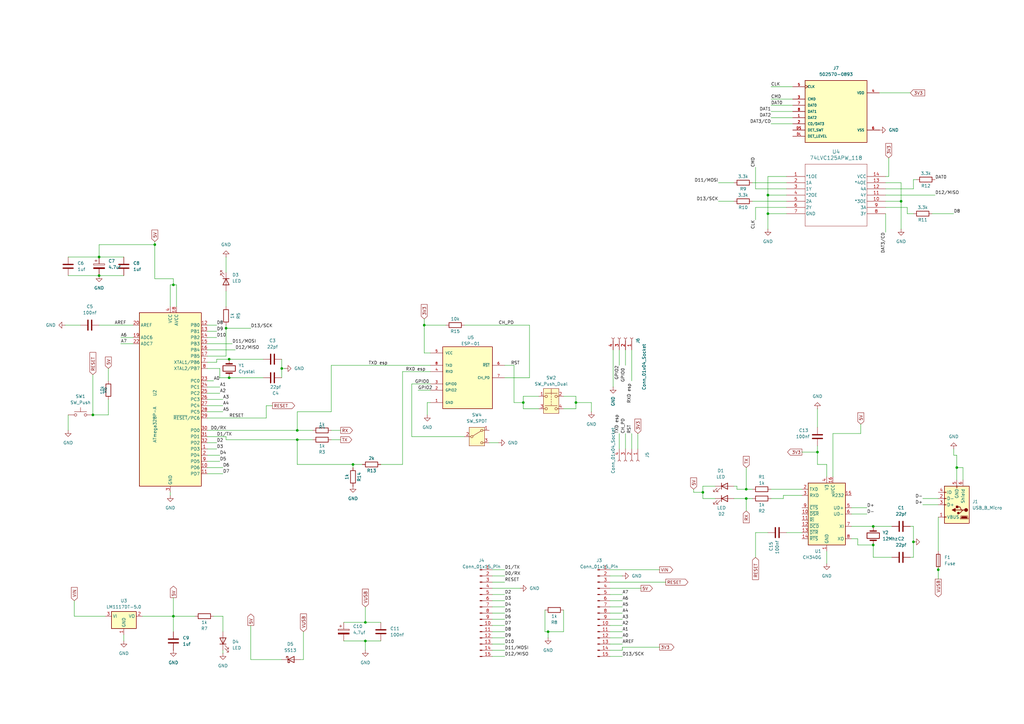
<source format=kicad_sch>
(kicad_sch (version 20231120) (generator "eeschema") (generator_version "8.0")
  (paper "A3")
  (lib_symbols
    (symbol "Connector:Conn_01x04_Socket" (pin_names (offset 1.016) hide)
      (property "Reference" "J" (at 0 5.08 0))
      (property "Value" "Conn_01x04_Socket" (at 0 -7.62 0))
      (symbol "Conn_01x04_Socket_1_1"
        (pin passive line (at -5.08 2.54 0) (length 3.81) (name "Pin_1") (number "1"))
        (pin passive line (at -5.08 0 0) (length 3.81) (name "Pin_2") (number "2"))
        (pin passive line (at -5.08 -2.54 0) (length 3.81) (name "Pin_3") (number "3"))
        (pin passive line (at -5.08 -5.08 0) (length 3.81) (name "Pin_4") (number "4"))
      )
    )
    (symbol "Connector:Conn_01x15_Pin" (pin_names (offset 1.016) hide)
      (property "Reference" "J" (at 0 20.32 0))
      (property "Value" "Conn_01x15_Pin" (at 0 -20.32 0))
      (symbol "Conn_01x15_Pin_1_1"
        (pin passive line (at 5.08 17.78 180) (length 3.81) (name "Pin_1") (number "1"))
        (pin passive line (at 5.08 -5.08 180) (length 3.81) (name "Pin_10") (number "10"))
        (pin passive line (at 5.08 -7.62 180) (length 3.81) (name "Pin_11") (number "11"))
        (pin passive line (at 5.08 -10.16 180) (length 3.81) (name "Pin_12") (number "12"))
        (pin passive line (at 5.08 -12.7 180) (length 3.81) (name "Pin_13") (number "13"))
        (pin passive line (at 5.08 -15.24 180) (length 3.81) (name "Pin_14") (number "14"))
        (pin passive line (at 5.08 -17.78 180) (length 3.81) (name "Pin_15") (number "15"))
        (pin passive line (at 5.08 15.24 180) (length 3.81) (name "Pin_2") (number "2"))
        (pin passive line (at 5.08 12.7 180) (length 3.81) (name "Pin_3") (number "3"))
        (pin passive line (at 5.08 10.16 180) (length 3.81) (name "Pin_4") (number "4"))
        (pin passive line (at 5.08 7.62 180) (length 3.81) (name "Pin_5") (number "5"))
        (pin passive line (at 5.08 5.08 180) (length 3.81) (name "Pin_6") (number "6"))
        (pin passive line (at 5.08 2.54 180) (length 3.81) (name "Pin_7") (number "7"))
        (pin passive line (at 5.08 0 180) (length 3.81) (name "Pin_8") (number "8"))
        (pin passive line (at 5.08 -2.54 180) (length 3.81) (name "Pin_9") (number "9"))
      )
    )
    (symbol "Connector:USB_B_Micro" (pin_names (offset 1.016))
      (property "Reference" "J" (at -5.08 11.43 0))
      (property "Value" "USB_B_Micro" (at -5.08 8.89 0))
      (symbol "USB_B_Micro_1_1"
        (pin power_out line (at 7.62 5.08 180) (length 2.54) (name "VBUS") (number "1"))
        (pin bidirectional line (at 7.62 -2.54 180) (length 2.54) (name "D-") (number "2"))
        (pin bidirectional line (at 7.62 0 180) (length 2.54) (name "D+") (number "3"))
        (pin passive line (at 7.62 -5.08 180) (length 2.54) (name "ID") (number "4"))
        (pin power_out line (at 0 -10.16 90) (length 2.54) (name "GND") (number "5"))
        (pin passive line (at -2.54 -10.16 90) (length 2.54) (name "Shield") (number "6"))
      )
    )
    (symbol "Device:C" (pin_numbers hide) (pin_names (offset 0.254))
      (property "Reference" "C" (at 0.635 2.54 0))
      (property "Value" "C" (at 0.635 -2.54 0))
      (symbol "C_1_1"
        (pin passive line (at 0 3.81 270) (length 2.794) (name "~") (number "1"))
        (pin passive line (at 0 -3.81 90) (length 2.794) (name "~") (number "2"))
      )
    )
    (symbol "Device:C_Polarized" (pin_numbers hide) (pin_names (offset 0.254))
      (property "Reference" "C" (at 0.635 2.54 0))
      (property "Value" "C_Polarized" (at 0.635 -2.54 0))
      (symbol "C_Polarized_1_1"
        (pin passive line (at 0 3.81 270) (length 2.794) (name "~") (number "1"))
        (pin passive line (at 0 -3.81 90) (length 2.794) (name "~") (number "2"))
      )
    )
    (symbol "Device:Crystal" (pin_numbers hide) (pin_names (offset 1.016) hide)
      (property "Reference" "Y" (at 0 3.81 0))
      (property "Value" "Crystal" (at 0 -3.81 0))
      (symbol "Crystal_1_1"
        (pin passive line (at -3.81 0 0) (length 1.27) (name "1") (number "1"))
        (pin passive line (at 3.81 0 180) (length 1.27) (name "2") (number "2"))
      )
    )
    (symbol "Device:Fuse" (pin_numbers hide) (pin_names (offset 0))
      (property "Reference" "F" (at 2.032 0 90))
      (property "Value" "Fuse" (at -1.905 0 90))
      (symbol "Fuse_1_1"
        (pin passive line (at 0 3.81 270) (length 1.27) (name "~") (number "1"))
        (pin passive line (at 0 -3.81 90) (length 1.27) (name "~") (number "2"))
      )
    )
    (symbol "Device:LED" (pin_numbers hide) (pin_names (offset 1.016) hide)
      (property "Reference" "D" (at 0 2.54 0))
      (property "Value" "LED" (at 0 -2.54 0))
      (symbol "LED_1_1"
        (pin passive line (at -3.81 0 0) (length 2.54) (name "K") (number "1"))
        (pin passive line (at 3.81 0 180) (length 2.54) (name "A") (number "2"))
      )
    )
    (symbol "Device:R" (pin_numbers hide) (pin_names (offset 0))
      (property "Reference" "R" (at 2.032 0 90))
      (property "Value" "R" (at 0 0 90))
      (symbol "R_1_1"
        (pin passive line (at 0 3.81 270) (length 1.27) (name "~") (number "1"))
        (pin passive line (at 0 -3.81 90) (length 1.27) (name "~") (number "2"))
      )
    )
    (symbol "Diode:SS13" (pin_numbers hide) (pin_names (offset 1.016) hide)
      (property "Reference" "D" (at 0 2.54 0))
      (property "Value" "SS13" (at 0 -2.54 0))
      (symbol "SS13_1_1"
        (pin passive line (at -3.81 0 0) (length 2.54) (name "K") (number "1"))
        (pin passive line (at 3.81 0 180) (length 2.54) (name "A") (number "2"))
      )
    )
    (symbol "Interface_USB:CH340G"
      (property "Reference" "U" (at -5.08 13.97 0))
      (property "Value" "CH340G" (at 1.27 13.97 0))
      (symbol "CH340G_1_1"
        (pin power_in line (at 0 -15.24 90) (length 2.54) (name "GND") (number "1"))
        (pin input line (at 10.16 0 180) (length 2.54) (name "~{DSR}") (number "10"))
        (pin input line (at 10.16 -2.54 180) (length 2.54) (name "~{RI}") (number "11"))
        (pin input line (at 10.16 -5.08 180) (length 2.54) (name "~{DCD}") (number "12"))
        (pin output line (at 10.16 -7.62 180) (length 2.54) (name "~{DTR}") (number "13"))
        (pin output line (at 10.16 -10.16 180) (length 2.54) (name "~{RTS}") (number "14"))
        (pin input line (at -10.16 7.62 0) (length 2.54) (name "R232") (number "15"))
        (pin power_in line (at -2.54 15.24 270) (length 2.54) (name "VCC") (number "16"))
        (pin output line (at 10.16 10.16 180) (length 2.54) (name "TXD") (number "2"))
        (pin input line (at 10.16 7.62 180) (length 2.54) (name "RXD") (number "3"))
        (pin power_out line (at 0 15.24 270) (length 2.54) (name "V3") (number "4"))
        (pin bidirectional line (at -10.16 2.54 0) (length 2.54) (name "UD+") (number "5"))
        (pin bidirectional line (at -10.16 0 0) (length 2.54) (name "UD-") (number "6"))
        (pin input line (at -10.16 -5.08 0) (length 2.54) (name "XI") (number "7"))
        (pin output line (at -10.16 -10.16 0) (length 2.54) (name "XO") (number "8"))
        (pin input line (at 10.16 2.54 180) (length 2.54) (name "~{CTS}") (number "9"))
      )
    )
    (symbol "MCU_Microchip_ATmega:ATmega328P-A"
      (property "Reference" "U" (at -12.7 36.83 0))
      (property "Value" "ATmega328P-A" (at 2.54 -36.83 0))
      (symbol "ATmega328P-A_1_1"
        (pin bidirectional line (at 15.24 -20.32 180) (length 2.54) (name "PD3") (number "1"))
        (pin bidirectional line (at 15.24 -27.94 180) (length 2.54) (name "PD6") (number "10"))
        (pin bidirectional line (at 15.24 -30.48 180) (length 2.54) (name "PD7") (number "11"))
        (pin bidirectional line (at 15.24 30.48 180) (length 2.54) (name "PB0") (number "12"))
        (pin bidirectional line (at 15.24 27.94 180) (length 2.54) (name "PB1") (number "13"))
        (pin bidirectional line (at 15.24 25.4 180) (length 2.54) (name "PB2") (number "14"))
        (pin bidirectional line (at 15.24 22.86 180) (length 2.54) (name "PB3") (number "15"))
        (pin bidirectional line (at 15.24 20.32 180) (length 2.54) (name "PB4") (number "16"))
        (pin bidirectional line (at 15.24 17.78 180) (length 2.54) (name "PB5") (number "17"))
        (pin power_in line (at 2.54 38.1 270) (length 2.54) (name "AVCC") (number "18"))
        (pin input line (at -15.24 25.4 0) (length 2.54) (name "ADC6") (number "19"))
        (pin bidirectional line (at 15.24 -22.86 180) (length 2.54) (name "PD4") (number "2"))
        (pin passive line (at -15.24 30.48 0) (length 2.54) (name "AREF") (number "20"))
        (pin passive line (at 0 -38.1 90) (length 2.54) hide (name "GND") (number "21"))
        (pin input line (at -15.24 22.86 0) (length 2.54) (name "ADC7") (number "22"))
        (pin bidirectional line (at 15.24 7.62 180) (length 2.54) (name "PC0") (number "23"))
        (pin bidirectional line (at 15.24 5.08 180) (length 2.54) (name "PC1") (number "24"))
        (pin bidirectional line (at 15.24 2.54 180) (length 2.54) (name "PC2") (number "25"))
        (pin bidirectional line (at 15.24 0 180) (length 2.54) (name "PC3") (number "26"))
        (pin bidirectional line (at 15.24 -2.54 180) (length 2.54) (name "PC4") (number "27"))
        (pin bidirectional line (at 15.24 -5.08 180) (length 2.54) (name "PC5") (number "28"))
        (pin bidirectional line (at 15.24 -7.62 180) (length 2.54) (name "~{RESET}/PC6") (number "29"))
        (pin power_in line (at 0 -38.1 90) (length 2.54) (name "GND") (number "3"))
        (pin bidirectional line (at 15.24 -12.7 180) (length 2.54) (name "PD0") (number "30"))
        (pin bidirectional line (at 15.24 -15.24 180) (length 2.54) (name "PD1") (number "31"))
        (pin bidirectional line (at 15.24 -17.78 180) (length 2.54) (name "PD2") (number "32"))
        (pin power_in line (at 0 38.1 270) (length 2.54) (name "VCC") (number "4"))
        (pin passive line (at 0 -38.1 90) (length 2.54) hide (name "GND") (number "5"))
        (pin passive line (at 0 38.1 270) (length 2.54) hide (name "VCC") (number "6"))
        (pin bidirectional line (at 15.24 15.24 180) (length 2.54) (name "XTAL1/PB6") (number "7"))
        (pin bidirectional line (at 15.24 12.7 180) (length 2.54) (name "XTAL2/PB7") (number "8"))
        (pin bidirectional line (at 15.24 -25.4 180) (length 2.54) (name "PD5") (number "9"))
      )
    )
    (symbol "Regulator_Linear:LM1117DT-5.0"
      (property "Reference" "U" (at -3.81 3.175 0))
      (property "Value" "LM1117DT-5.0" (at 0 3.175 0))
      (symbol "LM1117DT-5.0_1_1"
        (pin power_in line (at 0 -7.62 90) (length 2.54) (name "GND") (number "1"))
        (pin power_out line (at 7.62 0 180) (length 2.54) (name "VO") (number "2"))
        (pin power_in line (at -7.62 0 0) (length 2.54) (name "VI") (number "3"))
      )
    )
    (symbol "Switch:SW_Push" (pin_numbers hide) (pin_names (offset 1.016) hide)
      (property "Reference" "SW" (at 1.27 2.54 0))
      (property "Value" "SW_Push" (at 0 -1.524 0))
      (symbol "SW_Push_0_1"
        (pin passive line (at -5.08 0 0) (length 2.54) (name "1") (number "1"))
        (pin passive line (at 5.08 0 180) (length 2.54) (name "2") (number "2"))
      )
    )
    (symbol "Switch:SW_Push_Dual" (pin_names (offset 1.016) hide)
      (property "Reference" "SW" (at 0 7.62 0))
      (property "Value" "SW_Push_Dual" (at 0 -6.35 0))
      (symbol "SW_Push_Dual_0_1"
        (pin passive line (at -5.08 2.54 0) (length 2.54) (name "1") (number "1"))
        (pin passive line (at 5.08 2.54 180) (length 2.54) (name "2") (number "2"))
        (pin passive line (at -5.08 -2.54 0) (length 2.54) (name "3") (number "3"))
        (pin passive line (at 5.08 -2.54 180) (length 2.54) (name "4") (number "4"))
      )
    )
    (symbol "Switch:SW_SPDT" (pin_names (offset 0) hide)
      (property "Reference" "SW" (at 0 5.08 0))
      (property "Value" "SW_SPDT" (at 0 -5.08 0))
      (symbol "SW_SPDT_1_1"
        (pin passive line (at 5.08 2.54 180) (length 2.54) (name "A") (number "1"))
        (pin passive line (at -5.08 0 0) (length 2.54) (name "B") (number "2"))
        (pin passive line (at 5.08 -2.54 180) (length 2.54) (name "C") (number "3"))
      )
    )
    (symbol "esp01:ESP-01" (pin_names (offset 1.016))
      (property "Reference" "U" (at -10.16 13.208 0))
      (property "Value" "ESP-01" (at -10.16 -12.7 0))
      (symbol "ESP-01_0_0"
        (pin power_in line (at 15.24 -10.16 180) (length 5.08) (name "GND") (number "1"))
        (pin bidirectional line (at 15.24 -5.08 180) (length 5.08) (name "GPIO2") (number "2"))
        (pin bidirectional line (at 15.24 -2.54 180) (length 5.08) (name "GPIO0") (number "3"))
        (pin input line (at 15.24 2.54 180) (length 5.08) (name "RXD") (number "4"))
        (pin power_in line (at 15.24 10.16 180) (length 5.08) (name "VCC") (number "5"))
        (pin input line (at -15.24 5.08 0) (length 5.08) (name "~{RST}") (number "6"))
        (pin input line (at -15.24 0 0) (length 5.08) (name "CH_PD") (number "7"))
        (pin output line (at 15.24 5.08 180) (length 5.08) (name "TXD") (number "8"))
      )
    )
    (symbol "power:GND" (power) (pin_numbers hide) (pin_names (offset 0) hide)
      (property "Value" "GND" (at 0 -3.81 0))
      (symbol "GND_1_1"
        (pin power_in line (at 0 0 270) (length 0) (name "~") (number "1"))
      )
    )
    (symbol "sd:502570-0893" (pin_names (offset 1.016))
      (property "Reference" "J" (at -12.7238 13.4872 0))
      (property "Value" "502570-0893" (at -12.7135 -14.4934 0))
      (symbol "502570-0893_0_0"
        (pin bidirectional line (at -17.78 -2.54 0) (length 5.08) (name "DAT2") (number "1"))
        (pin bidirectional line (at -17.78 -5.08 0) (length 5.08) (name "CD/DAT3") (number "2"))
        (pin bidirectional line (at -17.78 5.08 0) (length 5.08) (name "CMD") (number "3"))
        (pin power_in line (at 17.78 7.62 180) (length 5.08) (name "VDD") (number "4"))
        (pin input clock (at -17.78 10.16 0) (length 5.08) (name "CLK") (number "5"))
        (pin power_in line (at 17.78 -7.62 180) (length 5.08) (name "VSS") (number "6"))
        (pin bidirectional line (at -17.78 2.54 0) (length 5.08) (name "DAT0") (number "7"))
        (pin bidirectional line (at -17.78 0 0) (length 5.08) (name "DAT1") (number "8"))
        (pin passive line (at -17.78 -10.16 0) (length 5.08) (name "DET_LEVEL") (number "DL"))
        (pin passive line (at -17.78 -7.62 0) (length 5.08) (name "DET_SWT") (number "DS"))
      )
    )
    (symbol "tla:74LVC125APW_118" (pin_names (offset 0.254))
      (property "Reference" "U" (at 20.32 10.16 0))
      (property "Value" "74LVC125APW_118" (at 20.32 7.62 0))
      (symbol "74LVC125APW_118_0_1"
        (pin input line (at 0 0 0) (length 7.62) (name "*1OE") (number "1"))
        (pin input line (at 40.64 -10.16 180) (length 7.62) (name "*3OE") (number "10"))
        (pin output line (at 40.64 -7.62 180) (length 7.62) (name "4Y") (number "11"))
        (pin input line (at 40.64 -5.08 180) (length 7.62) (name "4A") (number "12"))
        (pin input line (at 40.64 -2.54 180) (length 7.62) (name "*4OE") (number "13"))
        (pin power_in line (at 40.64 0 180) (length 7.62) (name "VCC") (number "14"))
        (pin input line (at 0 -2.54 0) (length 7.62) (name "1A") (number "2"))
        (pin output line (at 0 -5.08 0) (length 7.62) (name "1Y") (number "3"))
        (pin input line (at 0 -7.62 0) (length 7.62) (name "*2OE") (number "4"))
        (pin input line (at 0 -10.16 0) (length 7.62) (name "2A") (number "5"))
        (pin output line (at 0 -12.7 0) (length 7.62) (name "2Y") (number "6"))
        (pin power_out line (at 0 -15.24 0) (length 7.62) (name "GND") (number "7"))
        (pin output line (at 40.64 -15.24 180) (length 7.62) (name "3Y") (number "8"))
        (pin input line (at 40.64 -12.7 180) (length 7.62) (name "3A") (number "9"))
      )
    )
  )
  (junction (at 149.86 262.89))
  (junction (at 93.98 147.32))
  (junction (at 358.14 215.9))
  (junction (at 71.12 116.84))
  (junction (at 306.07 200.66))
  (junction (at 144.78 190.5))
  (junction (at 358.14 223.52))
  (junction (at 149.86 255.27))
  (junction (at 384.81 233.68))
  (junction (at 92.71 134.62))
  (junction (at 306.07 204.47))
  (junction (at 121.92 180.34))
  (junction (at 63.5 100.33))
  (junction (at 173.99 133.35))
  (junction (at 40.64 105.41))
  (junction (at 374.65 222.25))
  (junction (at 121.92 176.53))
  (junction (at 40.64 113.03))
  (junction (at 224.79 259.08))
  (junction (at 392.43 191.77))
  (junction (at 369.57 82.55))
  (junction (at 38.1 170.18))
  (junction (at 214.63 165.1))
  (junction (at 335.28 185.42))
  (junction (at 288.29 201.93))
  (junction (at 71.12 252.73))
  (junction (at 314.96 87.63))
  (junction (at 314.96 80.01))
  (junction (at 93.98 154.94))
  (junction (at 115.57 151.13))
  (junction (at 236.22 165.1))
  (wire (pts (xy 223.52 250.19) (xy 223.52 259.08)))
  (wire (pts (xy 316.23 43.18) (xy 325.12 43.18)))
  (wire (pts (xy 284.48 201.93) (xy 288.29 201.93)))
  (wire (pts (xy 207.01 149.86) (xy 210.82 149.86)))
  (wire (pts (xy 200.66 181.61) (xy 204.47 181.61)))
  (wire (pts (xy 140.97 255.27) (xy 149.86 255.27)))
  (wire (pts (xy 92.71 105.41) (xy 92.71 111.76)))
  (wire (pts (xy 316.23 204.47) (xy 321.31 204.47)))
  (wire (pts (xy 85.09 181.61) (xy 88.9 181.61)))
  (wire (pts (xy 384.81 212.09) (xy 384.81 226.06)))
  (wire (pts (xy 374.65 228.6) (xy 374.65 222.25)))
  (wire (pts (xy 316.23 35.56) (xy 325.12 35.56)))
  (wire (pts (xy 363.22 74.93) (xy 369.57 74.93)))
  (wire (pts (xy 250.19 241.3) (xy 262.89 241.3)))
  (wire (pts (xy 49.53 140.97) (xy 54.61 140.97)))
  (wire (pts (xy 288.29 201.93) (xy 288.29 204.47)))
  (wire (pts (xy 168.91 179.07) (xy 190.5 179.07)))
  (wire (pts (xy 88.9 147.32) (xy 88.9 148.59)))
  (wire (pts (xy 40.64 100.33) (xy 40.64 105.41)))
  (wire (pts (xy 373.38 228.6) (xy 374.65 228.6)))
  (wire (pts (xy 270.51 265.43) (xy 255.27 265.43)))
  (wire (pts (xy 335.28 167.64) (xy 335.28 175.26)))
  (wire (pts (xy 165.1 190.5) (xy 165.1 152.4)))
  (wire (pts (xy 124.46 259.08) (xy 124.46 270.51)))
  (wire (pts (xy 85.09 168.91) (xy 91.44 168.91)))
  (wire (pts (xy 316.23 48.26) (xy 325.12 48.26)))
  (wire (pts (xy 288.29 199.39) (xy 288.29 201.93)))
  (wire (pts (xy 50.8 260.35) (xy 50.8 262.89)))
  (wire (pts (xy 201.93 236.22) (xy 207.01 236.22)))
  (wire (pts (xy 374.65 215.9) (xy 374.65 222.25)))
  (wire (pts (xy 93.98 147.32) (xy 107.95 147.32)))
  (wire (pts (xy 27.94 105.41) (xy 40.64 105.41)))
  (wire (pts (xy 92.71 134.62) (xy 102.87 134.62)))
  (wire (pts (xy 38.1 153.67) (xy 38.1 170.18)))
  (wire (pts (xy 316.23 200.66) (xy 328.93 200.66)))
  (wire (pts (xy 26.67 133.35) (xy 33.02 133.35)))
  (wire (pts (xy 316.23 40.64) (xy 325.12 40.64)))
  (wire (pts (xy 391.16 184.15) (xy 391.16 186.69)))
  (wire (pts (xy 220.98 162.56) (xy 214.63 162.56)))
  (wire (pts (xy 44.45 151.13) (xy 44.45 156.21)))
  (wire (pts (xy 201.93 251.46) (xy 207.01 251.46)))
  (wire (pts (xy 378.46 207.01) (xy 384.81 207.01)))
  (wire (pts (xy 372.11 87.63) (xy 372.11 85.09)))
  (wire (pts (xy 302.26 200.66) (xy 306.07 200.66)))
  (wire (pts (xy 109.22 166.37) (xy 111.76 166.37)))
  (wire (pts (xy 250.19 256.54) (xy 255.27 256.54)))
  (wire (pts (xy 171.45 160.02) (xy 176.53 160.02)))
  (wire (pts (xy 314.96 218.44) (xy 309.88 218.44)))
  (wire (pts (xy 92.71 179.07) (xy 92.71 180.34)))
  (wire (pts (xy 288.29 204.47) (xy 293.37 204.47)))
  (wire (pts (xy 90.17 151.13) (xy 85.09 151.13)))
  (wire (pts (xy 201.93 248.92) (xy 207.01 248.92)))
  (wire (pts (xy 201.93 266.7) (xy 207.01 266.7)))
  (wire (pts (xy 85.09 161.29) (xy 90.17 161.29)))
  (wire (pts (xy 341.63 195.58) (xy 341.63 177.8)))
  (wire (pts (xy 236.22 162.56) (xy 236.22 165.1)))
  (wire (pts (xy 201.93 269.24) (xy 207.01 269.24)))
  (wire (pts (xy 109.22 166.37) (xy 109.22 171.45)))
  (wire (pts (xy 85.09 135.89) (xy 88.9 135.89)))
  (wire (pts (xy 309.88 68.58) (xy 309.88 77.47)))
  (wire (pts (xy 124.46 270.51) (xy 123.19 270.51)))
  (wire (pts (xy 156.21 190.5) (xy 165.1 190.5)))
  (wire (pts (xy 392.43 191.77) (xy 394.97 191.77)))
  (wire (pts (xy 363.22 87.63) (xy 363.22 95.25)))
  (wire (pts (xy 87.63 252.73) (xy 91.44 252.73)))
  (wire (pts (xy 392.43 196.85) (xy 392.43 191.77)))
  (wire (pts (xy 224.79 259.08) (xy 224.79 261.62)))
  (wire (pts (xy 321.31 203.2) (xy 328.93 203.2)))
  (wire (pts (xy 374.65 73.66) (xy 374.65 77.47)))
  (wire (pts (xy 30.48 246.38) (xy 30.48 252.73)))
  (wire (pts (xy 173.99 133.35) (xy 182.88 133.35)))
  (wire (pts (xy 316.23 50.8) (xy 325.12 50.8)))
  (wire (pts (xy 363.22 72.39) (xy 364.49 72.39)))
  (wire (pts (xy 250.19 254) (xy 255.27 254)))
  (wire (pts (xy 231.14 162.56) (xy 236.22 162.56)))
  (wire (pts (xy 309.88 218.44) (xy 309.88 228.6)))
  (wire (pts (xy 360.68 38.1) (xy 373.38 38.1)))
  (wire (pts (xy 144.78 190.5) (xy 144.78 191.77)))
  (wire (pts (xy 91.44 266.7) (xy 91.44 267.97)))
  (wire (pts (xy 309.88 85.09) (xy 322.58 85.09)))
  (wire (pts (xy 173.99 133.35) (xy 173.99 144.78)))
  (wire (pts (xy 201.93 259.08) (xy 207.01 259.08)))
  (wire (pts (xy 85.09 176.53) (xy 121.92 176.53)))
  (wire (pts (xy 173.99 144.78) (xy 176.53 144.78)))
  (wire (pts (xy 321.31 204.47) (xy 321.31 203.2)))
  (wire (pts (xy 121.92 176.53) (xy 128.27 176.53)))
  (wire (pts (xy 224.79 259.08) (xy 231.14 259.08)))
  (wire (pts (xy 349.25 220.98) (xy 351.79 220.98)))
  (wire (pts (xy 85.09 156.21) (xy 87.63 156.21)))
  (wire (pts (xy 140.97 262.89) (xy 149.86 262.89)))
  (wire (pts (xy 63.5 114.3) (xy 71.12 114.3)))
  (wire (pts (xy 363.22 82.55) (xy 369.57 82.55)))
  (wire (pts (xy 85.09 186.69) (xy 90.17 186.69)))
  (wire (pts (xy 250.19 264.16) (xy 255.27 264.16)))
  (wire (pts (xy 309.88 85.09) (xy 309.88 90.17)))
  (wire (pts (xy 49.53 138.43) (xy 54.61 138.43)))
  (wire (pts (xy 85.09 166.37) (xy 91.44 166.37)))
  (wire (pts (xy 242.57 165.1) (xy 242.57 168.91)))
  (wire (pts (xy 121.92 176.53) (xy 121.92 168.91)))
  (wire (pts (xy 369.57 74.93) (xy 369.57 82.55)))
  (wire (pts (xy 115.57 151.13) (xy 115.57 154.94)))
  (wire (pts (xy 121.92 168.91) (xy 135.89 168.91)))
  (wire (pts (xy 250.19 246.38) (xy 255.27 246.38)))
  (wire (pts (xy 109.22 171.45) (xy 85.09 171.45)))
  (wire (pts (xy 40.64 105.41) (xy 50.8 105.41)))
  (wire (pts (xy 85.09 189.23) (xy 90.17 189.23)))
  (wire (pts (xy 374.65 77.47) (xy 363.22 77.47)))
  (wire (pts (xy 314.96 72.39) (xy 314.96 80.01)))
  (wire (pts (xy 250.19 243.84) (xy 255.27 243.84)))
  (wire (pts (xy 365.76 228.6) (xy 358.14 228.6)))
  (wire (pts (xy 300.99 199.39) (xy 302.26 199.39)))
  (wire (pts (xy 85.09 140.97) (xy 95.25 140.97)))
  (wire (pts (xy 85.09 194.31) (xy 91.44 194.31)))
  (wire (pts (xy 27.94 113.03) (xy 40.64 113.03)))
  (wire (pts (xy 38.1 170.18) (xy 44.45 170.18)))
  (wire (pts (xy 259.08 177.8) (xy 259.08 184.15)))
  (wire (pts (xy 250.19 266.7) (xy 255.27 266.7)))
  (wire (pts (xy 149.86 248.92) (xy 149.86 255.27)))
  (wire (pts (xy 71.12 252.73) (xy 71.12 259.08)))
  (wire (pts (xy 92.71 133.35) (xy 92.71 134.62)))
  (wire (pts (xy 261.62 177.8) (xy 261.62 184.15)))
  (wire (pts (xy 223.52 259.08) (xy 224.79 259.08)))
  (wire (pts (xy 294.64 82.55) (xy 300.99 82.55)))
  (wire (pts (xy 85.09 179.07) (xy 92.71 179.07)))
  (wire (pts (xy 314.96 87.63) (xy 322.58 87.63)))
  (wire (pts (xy 63.5 99.06) (xy 63.5 100.33)))
  (wire (pts (xy 135.89 180.34) (xy 139.7 180.34)))
  (wire (pts (xy 40.64 113.03) (xy 50.8 113.03)))
  (wire (pts (xy 176.53 149.86) (xy 135.89 149.86)))
  (wire (pts (xy 250.19 251.46) (xy 255.27 251.46)))
  (wire (pts (xy 294.64 74.93) (xy 300.99 74.93)))
  (wire (pts (xy 250.19 261.62) (xy 255.27 261.62)))
  (wire (pts (xy 231.14 259.08) (xy 231.14 250.19)))
  (wire (pts (xy 201.93 233.68) (xy 207.01 233.68)))
  (wire (pts (xy 322.58 82.55) (xy 308.61 82.55)))
  (wire (pts (xy 165.1 152.4) (xy 176.53 152.4)))
  (wire (pts (xy 168.91 157.48) (xy 168.91 179.07)))
  (wire (pts (xy 175.26 165.1) (xy 175.26 170.18)))
  (wire (pts (xy 201.93 261.62) (xy 207.01 261.62)))
  (wire (pts (xy 201.93 243.84) (xy 207.01 243.84)))
  (wire (pts (xy 102.87 256.54) (xy 102.87 270.51)))
  (wire (pts (xy 144.78 190.5) (xy 148.59 190.5)))
  (wire (pts (xy 210.82 165.1) (xy 214.63 165.1)))
  (wire (pts (xy 93.98 147.32) (xy 88.9 147.32)))
  (wire (pts (xy 176.53 165.1) (xy 175.26 165.1)))
  (wire (pts (xy 349.25 210.82) (xy 355.6 210.82)))
  (wire (pts (xy 71.12 114.3) (xy 71.12 116.84)))
  (wire (pts (xy 149.86 255.27) (xy 156.21 255.27)))
  (wire (pts (xy 91.44 252.73) (xy 91.44 259.08)))
  (wire (pts (xy 90.17 154.94) (xy 90.17 151.13)))
  (wire (pts (xy 201.93 254) (xy 207.01 254)))
  (wire (pts (xy 201.93 246.38) (xy 207.01 246.38)))
  (wire (pts (xy 306.07 204.47) (xy 308.61 204.47)))
  (wire (pts (xy 85.09 163.83) (xy 91.44 163.83)))
  (wire (pts (xy 306.07 200.66) (xy 308.61 200.66)))
  (wire (pts (xy 85.09 191.77) (xy 91.44 191.77)))
  (wire (pts (xy 293.37 199.39) (xy 288.29 199.39)))
  (wire (pts (xy 71.12 245.11) (xy 71.12 252.73)))
  (wire (pts (xy 85.09 133.35) (xy 88.9 133.35)))
  (wire (pts (xy 373.38 215.9) (xy 374.65 215.9)))
  (wire (pts (xy 256.54 143.51) (xy 256.54 149.86)))
  (wire (pts (xy 115.57 151.13) (xy 116.84 151.13)))
  (wire (pts (xy 372.11 85.09) (xy 363.22 85.09)))
  (wire (pts (xy 71.12 252.73) (xy 80.01 252.73)))
  (wire (pts (xy 250.19 238.76) (xy 273.05 238.76)))
  (wire (pts (xy 391.16 186.69) (xy 392.43 186.69)))
  (wire (pts (xy 250.19 236.22) (xy 255.27 236.22)))
  (wire (pts (xy 27.94 176.53) (xy 27.94 170.18)))
  (wire (pts (xy 364.49 72.39) (xy 364.49 64.77)))
  (wire (pts (xy 121.92 190.5) (xy 144.78 190.5)))
  (wire (pts (xy 93.98 154.94) (xy 107.95 154.94)))
  (wire (pts (xy 259.08 143.51) (xy 259.08 156.21)))
  (wire (pts (xy 210.82 149.86) (xy 210.82 165.1)))
  (wire (pts (xy 358.14 228.6) (xy 358.14 223.52)))
  (wire (pts (xy 254 143.51) (xy 254 149.86)))
  (wire (pts (xy 314.96 87.63) (xy 314.96 93.98)))
  (wire (pts (xy 369.57 82.55) (xy 369.57 93.98)))
  (wire (pts (xy 207.01 154.94) (xy 217.17 154.94)))
  (wire (pts (xy 69.85 203.2) (xy 69.85 201.93)))
  (wire (pts (xy 190.5 133.35) (xy 217.17 133.35)))
  (wire (pts (xy 250.19 259.08) (xy 255.27 259.08)))
  (wire (pts (xy 201.93 256.54) (xy 207.01 256.54)))
  (wire (pts (xy 306.07 204.47) (xy 306.07 209.55)))
  (wire (pts (xy 335.28 182.88) (xy 335.28 185.42)))
  (wire (pts (xy 254 177.8) (xy 254 184.15)))
  (wire (pts (xy 201.93 238.76) (xy 207.01 238.76)))
  (wire (pts (xy 308.61 74.93) (xy 322.58 74.93)))
  (wire (pts (xy 306.07 191.77) (xy 306.07 200.66)))
  (wire (pts (xy 251.46 143.51) (xy 251.46 158.75)))
  (wire (pts (xy 69.85 116.84) (xy 71.12 116.84)))
  (wire (pts (xy 351.79 220.98) (xy 351.79 223.52)))
  (wire (pts (xy 44.45 170.18) (xy 44.45 163.83)))
  (wire (pts (xy 85.09 158.75) (xy 90.17 158.75)))
  (wire (pts (xy 256.54 177.8) (xy 256.54 184.15)))
  (wire (pts (xy 236.22 165.1) (xy 242.57 165.1)))
  (wire (pts (xy 88.9 148.59) (xy 85.09 148.59)))
  (wire (pts (xy 30.48 252.73) (xy 43.18 252.73)))
  (wire (pts (xy 236.22 165.1) (xy 236.22 167.64)))
  (wire (pts (xy 214.63 165.1) (xy 214.63 167.64)))
  (wire (pts (xy 176.53 157.48) (xy 168.91 157.48)))
  (wire (pts (xy 92.71 180.34) (xy 121.92 180.34)))
  (wire (pts (xy 58.42 252.73) (xy 71.12 252.73)))
  (wire (pts (xy 71.12 116.84) (xy 72.39 116.84)))
  (wire (pts (xy 236.22 167.64) (xy 231.14 167.64)))
  (wire (pts (xy 85.09 138.43) (xy 88.9 138.43)))
  (wire (pts (xy 201.93 241.3) (xy 213.36 241.3)))
  (wire (pts (xy 85.09 184.15) (xy 88.9 184.15)))
  (wire (pts (xy 353.06 173.99) (xy 353.06 177.8)))
  (wire (pts (xy 214.63 162.56) (xy 214.63 165.1)))
  (wire (pts (xy 309.88 77.47) (xy 322.58 77.47)))
  (wire (pts (xy 135.89 176.53) (xy 139.7 176.53)))
  (wire (pts (xy 201.93 264.16) (xy 207.01 264.16)))
  (wire (pts (xy 363.22 80.01) (xy 383.54 80.01)))
  (wire (pts (xy 384.81 233.68) (xy 384.81 232.41)))
  (wire (pts (xy 93.98 154.94) (xy 90.17 154.94)))
  (wire (pts (xy 255.27 265.43) (xy 255.27 266.7)))
  (wire (pts (xy 115.57 147.32) (xy 115.57 151.13)))
  (wire (pts (xy 92.71 134.62) (xy 92.71 146.05)))
  (wire (pts (xy 284.48 200.66) (xy 284.48 201.93)))
  (wire (pts (xy 322.58 72.39) (xy 314.96 72.39)))
  (wire (pts (xy 314.96 80.01) (xy 314.96 87.63)))
  (wire (pts (xy 339.09 226.06) (xy 339.09 231.14)))
  (wire (pts (xy 302.26 199.39) (xy 302.26 200.66)))
  (wire (pts (xy 250.19 233.68) (xy 270.51 233.68)))
  (wire (pts (xy 121.92 180.34) (xy 121.92 190.5)))
  (wire (pts (xy 378.46 204.47) (xy 384.81 204.47)))
  (wire (pts (xy 349.25 208.28) (xy 355.6 208.28)))
  (wire (pts (xy 322.58 218.44) (xy 328.93 218.44)))
  (wire (pts (xy 69.85 125.73) (xy 69.85 116.84)))
  (wire (pts (xy 335.28 190.5) (xy 339.09 190.5)))
  (wire (pts (xy 92.71 119.38) (xy 92.71 125.73)))
  (wire (pts (xy 149.86 262.89) (xy 156.21 262.89)))
  (wire (pts (xy 40.64 133.35) (xy 54.61 133.35)))
  (wire (pts (xy 335.28 185.42) (xy 335.28 190.5)))
  (wire (pts (xy 328.93 185.42) (xy 335.28 185.42)))
  (wire (pts (xy 341.63 177.8) (xy 353.06 177.8)))
  (wire (pts (xy 85.09 146.05) (xy 92.71 146.05)))
  (wire (pts (xy 358.14 215.9) (xy 365.76 215.9)))
  (wire (pts (xy 149.86 262.89) (xy 149.86 266.7)))
  (wire (pts (xy 102.87 270.51) (xy 115.57 270.51)))
  (wire (pts (xy 250.19 269.24) (xy 255.27 269.24)))
  (wire (pts (xy 300.99 204.47) (xy 306.07 204.47)))
  (wire (pts (xy 173.99 130.81) (xy 173.99 133.35)))
  (wire (pts (xy 85.09 143.51) (xy 96.52 143.51)))
  (wire (pts (xy 372.11 87.63) (xy 374.65 87.63)))
  (wire (pts (xy 322.58 80.01) (xy 314.96 80.01)))
  (wire (pts (xy 339.09 190.5) (xy 339.09 195.58)))
  (wire (pts (xy 349.25 215.9) (xy 358.14 215.9)))
  (wire (pts (xy 394.97 191.77) (xy 394.97 196.85)))
  (wire (pts (xy 316.23 45.72) (xy 325.12 45.72)))
  (wire (pts (xy 374.65 73.66) (xy 375.92 73.66)))
  (wire (pts (xy 392.43 186.69) (xy 392.43 191.77)))
  (wire (pts (xy 214.63 167.64) (xy 220.98 167.64)))
  (wire (pts (xy 63.5 100.33) (xy 63.5 114.3)))
  (wire (pts (xy 384.81 233.68) (xy 384.81 237.49)))
  (wire (pts (xy 217.17 154.94) (xy 217.17 133.35)))
  (wire (pts (xy 121.92 180.34) (xy 128.27 180.34)))
  (wire (pts (xy 135.89 149.86) (xy 135.89 168.91)))
  (wire (pts (xy 72.39 125.73) (xy 72.39 116.84)))
  (wire (pts (xy 351.79 223.52) (xy 358.14 223.52)))
  (wire (pts (xy 63.5 100.33) (xy 40.64 100.33)))
  (wire (pts (xy 250.19 248.92) (xy 255.27 248.92)))
  (wire (pts (xy 382.27 87.63) (xy 391.16 87.63)))
  (label "RESET" (at 93.98 171.45 0))
  (label "D10" (at 207.01 264.16 0))
  (label "CMD" (at 316.23 40.64 0))
  (label "DAT2" (at 316.23 48.26 180))
  (label "A0" (at 255.27 261.62 0))
  (label "D7" (at 207.01 256.54 0))
  (label "D+" (at 378.46 207.01 180))
  (label "D3" (at 207.01 246.38 0))
  (label "D8" (at 207.01 259.08 0))
  (label "D5" (at 90.17 189.23 0))
  (label "D10" (at 88.9 138.43 0))
  (label "CH_PD " (at 256.54 177.8 90))
  (label "D0{slash}RX" (at 86.36 176.53 0))
  (label "D2" (at 88.9 181.61 0))
  (label "TXD esp " (at 254 177.8 90))
  (label "CLK" (at 316.23 35.56 0))
  (label "RXD esp " (at 259.08 156.21 270))
  (label "A6" (at 255.27 246.38 0))
  (label "A0" (at 87.63 156.21 0))
  (label "D9" (at 88.9 135.89 0))
  (label "A3" (at 255.27 254 0))
  (label "A2" (at 90.17 161.29 0))
  (label "DAT3{slash}CD" (at 363.22 95.25 270))
  (label "D8" (at 391.16 87.63 0))
  (label "DAT0" (at 383.54 73.66 0))
  (label "D12{slash}MISO" (at 96.52 143.51 0))
  (label "D11{slash}MOSI" (at 95.25 140.97 0))
  (label "D11{slash}MOSI" (at 207.01 266.7 0))
  (label "AREF" (at 255.27 264.16 0))
  (label "D13{slash}SCK" (at 255.27 269.24 0))
  (label "A6" (at 49.53 138.43 0))
  (label "D3" (at 88.9 184.15 0))
  (label "D13{slash}SCK" (at 294.64 82.55 180))
  (label "D6" (at 91.44 191.77 0))
  (label "D2" (at 207.01 243.84 0))
  (label "GPIO0 " (at 256.54 149.86 270))
  (label "A1" (at 255.27 259.08 0))
  (label "D12{slash}MISO" (at 207.01 269.24 0))
  (label "D-" (at 355.6 210.82 0))
  (label "A1" (at 90.17 158.75 0))
  (label "A7" (at 49.53 140.97 0))
  (label "DAT0" (at 316.23 43.18 0))
  (label "A7" (at 255.27 243.84 0))
  (label "GPIO2" (at 171.45 160.02 0))
  (label "DAT1" (at 316.23 45.72 180))
  (label "D-" (at 378.46 204.47 180))
  (label "CH_PD " (at 204.47 133.35 0))
  (label "D8" (at 88.9 133.35 0))
  (label "RESET" (at 207.01 238.76 0))
  (label "D11{slash}MOSI" (at 294.64 74.93 180))
  (label "TXD esp " (at 151.13 149.86 0))
  (label "D4" (at 90.17 186.69 0))
  (label "A2" (at 255.27 256.54 0))
  (label "CLK" (at 309.88 90.17 270))
  (label "D7" (at 91.44 194.31 0))
  (label "GPIO0 " (at 170.18 157.48 0))
  (label "A3" (at 91.44 163.83 0))
  (label "A5" (at 255.27 248.92 0))
  (label "D4" (at 207.01 248.92 0))
  (label "D9" (at 207.01 261.62 0))
  (label "D1{slash}TX" (at 207.01 233.68 0))
  (label "D13{slash}SCK" (at 102.87 134.62 0))
  (label "RST " (at 209.55 149.86 0))
  (label "A5" (at 91.44 168.91 0))
  (label "A4" (at 255.27 251.46 0))
  (label "D12{slash}MISO" (at 383.54 80.01 0))
  (label "GPIO2" (at 254 149.86 270))
  (label "RST " (at 259.08 177.8 90))
  (label "AREF" (at 46.99 133.35 0))
  (label "D+" (at 355.6 208.28 0))
  (label "A4" (at 91.44 166.37 0))
  (label "CMD" (at 309.88 68.58 90))
  (label "D1{slash}TX" (at 88.9 179.07 0))
  (label "D5" (at 207.01 251.46 0))
  (label "D6" (at 207.01 254 0))
  (label "DAT3{slash}CD" (at 316.23 50.8 180))
  (label "RXD esp " (at 166.37 152.4 0))
  (label "D0{slash}RX" (at 207.01 236.22 0))
  (global_label "VUSB" (shape input) (at 149.86 248.92 90) (property "Intersheetrefs" "${INTERSHEET_REFS}" (effects (hide yes))))
  (global_label "5V" (shape input) (at 353.06 173.99 90) (property "Intersheetrefs" "${INTERSHEET_REFS}" (effects (hide yes))))
  (global_label "3V3" (shape input) (at 364.49 64.77 90) (property "Intersheetrefs" "${INTERSHEET_REFS}" (effects (hide yes))))
  (global_label "VIN" (shape output) (at 270.51 233.68 0) (property "Intersheetrefs" "${INTERSHEET_REFS}" (effects (hide yes))))
  (global_label "RESET " (shape output) (at 273.05 238.76 0) (property "Intersheetrefs" "${INTERSHEET_REFS}" (effects (hide yes))))
  (global_label "TX" (shape output) (at 139.7 180.34 0) (property "Intersheetrefs" "${INTERSHEET_REFS}" (effects (hide yes))))
  (global_label "3V3" (shape input) (at 261.62 177.8 90) (property "Intersheetrefs" "${INTERSHEET_REFS}" (effects (hide yes))))
  (global_label "RX" (shape input) (at 306.07 209.55 270) (property "Intersheetrefs" "${INTERSHEET_REFS}" (effects (hide yes))))
  (global_label "3V3" (shape output) (at 270.51 265.43 0) (property "Intersheetrefs" "${INTERSHEET_REFS}" (effects (hide yes))))
  (global_label "TX" (shape input) (at 306.07 191.77 90) (property "Intersheetrefs" "${INTERSHEET_REFS}" (effects (hide yes))))
  (global_label "RESET " (shape input) (at 38.1 153.67 90) (property "Intersheetrefs" "${INTERSHEET_REFS}" (effects (hide yes))))
  (global_label "VUSB" (shape output) (at 384.81 237.49 270) (property "Intersheetrefs" "${INTERSHEET_REFS}" (effects (hide yes))))
  (global_label "RESET " (shape input) (at 309.88 228.6 270) (property "Intersheetrefs" "${INTERSHEET_REFS}" (effects (hide yes))))
  (global_label "5V" (shape output) (at 71.12 245.11 90) (property "Intersheetrefs" "${INTERSHEET_REFS}" (effects (hide yes))))
  (global_label "5V" (shape output) (at 262.89 241.3 0) (property "Intersheetrefs" "${INTERSHEET_REFS}" (effects (hide yes))))
  (global_label "3V3" (shape input) (at 173.99 130.81 90) (property "Intersheetrefs" "${INTERSHEET_REFS}" (effects (hide yes))))
  (global_label "5V" (shape input) (at 44.45 151.13 90) (property "Intersheetrefs" "${INTERSHEET_REFS}" (effects (hide yes))))
  (global_label "VIN" (shape input) (at 30.48 246.38 90) (property "Intersheetrefs" "${INTERSHEET_REFS}" (effects (hide yes))))
  (global_label "3V3" (shape output) (at 328.93 185.42 180) (property "Intersheetrefs" "${INTERSHEET_REFS}" (effects (hide yes))))
  (global_label "5V" (shape output) (at 102.87 256.54 90) (property "Intersheetrefs" "${INTERSHEET_REFS}" (effects (hide yes))))
  (global_label "5V" (shape input) (at 284.48 200.66 90) (property "Intersheetrefs" "${INTERSHEET_REFS}" (effects (hide yes))))
  (global_label "5V" (shape input) (at 63.5 99.06 90) (property "Intersheetrefs" "${INTERSHEET_REFS}" (effects (hide yes))))
  (global_label "VUSB" (shape input) (at 124.46 259.08 90) (property "Intersheetrefs" "${INTERSHEET_REFS}" (effects (hide yes))))
  (global_label "RX" (shape output) (at 139.7 176.53 0) (property "Intersheetrefs" "${INTERSHEET_REFS}" (effects (hide yes))))
  (global_label "3V3" (shape input) (at 373.38 38.1 0) (property "Intersheetrefs" "${INTERSHEET_REFS}" (effects (hide yes))))
  (global_label "RESET " (shape output) (at 111.76 166.37 0) (property "Intersheetrefs" "${INTERSHEET_REFS}" (effects (hide yes))))
  (symbol (lib_id "sd:502570-0893") (at 342.9 45.72 0) (unit 1)
    (property "Reference" "J7" (at 342.9 27.94 0))
    (property "Value" "502570-0893" (at 342.9 30.48 0))
    (property "Footprint" "sd:MOLEX_502570-0893" (effects (hide yes)))
    (property "MF" "Molex" (effects (hide yes)))
    (property "Description_1" "\n                        \n                            Conn IC Socket SD Memory Cd Micro 1.10mm 8Cir Norm Mnt SMT Push-Push LF | Molex Incorporated 502570-0893\n                        \n" (effects (hide yes)))
    (property "Package" "None" (effects (hide yes)))
    (property "Price" "None" (effects (hide yes)))
    (property "SnapEDA_Link" "https://www.snapeda.com/parts/502570-0893/Molex/view-part/?ref=snap" (effects (hide yes)))
    (property "MP" "502570-0893" (effects (hide yes)))
    (property "Availability" "In Stock" (effects (hide yes)))
    (property "Check_prices" "https://www.snapeda.com/parts/502570-0893/Molex/view-part/?ref=eda" (effects (hide yes)))
  )
  (symbol (lib_id "Device:C_Polarized") (at 140.97 259.08 0) (unit 1)
    (property "Reference" "C10" (at 144.78 256.9209 0) (effects (justify left)))
    (property "Value" "4.7uf" (at 144.78 259.4609 0) (effects (justify left)))
    (property "Footprint" "Capacitor_SMD:CP_Elec_4x5.8" (effects (hide yes)))
    (property "Description" "Polarized capacitor" (effects (hide yes)))
  )
  (symbol (lib_id "Device:C") (at 50.8 109.22 180) (unit 1)
    (property "Reference" "C8" (at 54.61 107.9499 0) (effects (justify right)))
    (property "Value" "1uf" (at 54.61 110.4899 0) (effects (justify right)))
    (property "Footprint" "Capacitor_SMD:C_0201_0603Metric" (effects (hide yes)))
    (property "Description" "Unpolarized capacitor" (effects (hide yes)))
  )
  (symbol (lib_id "power:GND") (at 360.68 53.34 90) (unit 1)
    (property "Reference" "#PWR026" (effects (hide yes)))
    (property "Value" "GND" (at 364.49 53.3399 90) (effects (justify right)))
    (property "Description" "Power symbol creates a global label with name \"GND\" , ground" (effects (hide yes)))
  )
  (symbol (lib_id "Connector:Conn_01x15_Pin") (at 196.85 251.46 0) (unit 1)
    (property "Reference" "J4" (at 197.485 229.87 0))
    (property "Value" "Conn_01x15_Pin" (at 197.485 232.41 0))
    (property "Footprint" "Connector_PinSocket_2.54mm:PinSocket_1x15_P2.54mm_Vertical" (effects (hide yes)))
    (property "Description" "Generic connector, single row, 01x15, script generated" (effects (hide yes)))
  )
  (symbol (lib_id "Device:R") (at 132.08 176.53 270) (unit 1)
    (property "Reference" "R4" (at 132.08 175.26 90))
    (property "Value" "1k" (at 132.08 173.99 90))
    (property "Footprint" "Resistor_SMD:R_0201_0603Metric" (effects (hide yes)))
    (property "Description" "Resistor" (effects (hide yes)))
  )
  (symbol (lib_id "esp01:ESP-01") (at 191.77 154.94 0) (mirror y) (unit 1)
    (property "Reference" "U5" (at 193.04 138.43 0))
    (property "Value" "ESP-01" (at 193.04 140.97 0))
    (property "Footprint" "esp01:MODULE_ESP-01" (effects (hide yes)))
    (property "MF" "AI-Thinker" (effects (hide yes)))
    (property "MAXIMUM_PACKAGE_HEIGHT" "6.5mm" (effects (hide yes)))
    (property "Package" "Non-Standard AI-Thinker" (effects (hide yes)))
    (property "Price" "None" (effects (hide yes)))
    (property "Check_prices" "https://www.snapeda.com/parts/ESP-01/AI-Thinker/view-part/?ref=eda" (effects (hide yes)))
    (property "STANDARD" "Manufacturer Recommendations" (effects (hide yes)))
    (property "PARTREV" "1.0" (effects (hide yes)))
    (property "SnapEDA_Link" "https://www.snapeda.com/parts/ESP-01/AI-Thinker/view-part/?ref=snap" (effects (hide yes)))
    (property "MP" "ESP-01" (effects (hide yes)))
    (property "Description_1" "\n                        \n                            ESP-01M ESP8266 DIP Adapter series Transceiver; 802.11 b/g/n (Wi-Fi, WiFi, WLAN) Evaluation Board\n                        \n" (effects (hide yes)))
    (property "Availability" "Not in stock" (effects (hide yes)))
    (property "MANUFACTURER" "AI-Thinker" (effects (hide yes)))
  )
  (symbol (lib_id "power:GND") (at 91.44 267.97 0) (unit 1)
    (property "Reference" "#PWR012" (effects (hide yes)))
    (property "Value" "GND" (at 91.44 273.05 0))
    (property "Description" "Power symbol creates a global label with name \"GND\" , ground" (effects (hide yes)))
  )
  (symbol (lib_id "power:GND") (at 369.57 93.98 0) (unit 1)
    (property "Reference" "#PWR019" (effects (hide yes)))
    (property "Value" "GND" (at 369.57 99.06 0))
    (property "Description" "Power symbol creates a global label with name \"GND\" , ground" (effects (hide yes)))
  )
  (symbol (lib_id "Interface_USB:CH340G") (at 339.09 210.82 0) (mirror y) (unit 1)
    (property "Reference" "U1" (at 336.8959 226.06 0) (effects (justify left)))
    (property "Value" "CH340G" (at 336.8959 228.6 0) (effects (justify left)))
    (property "Footprint" "Package_SO:SOIC-16_3.9x9.9mm_P1.27mm" (effects (hide yes)))
    (property "Datasheet" "http://www.datasheet5.com/pdf-local-2195953" (effects (hide yes)))
    (property "Description" "USB serial converter, UART, SOIC-16" (effects (hide yes)))
  )
  (symbol (lib_id "power:GND") (at 175.26 170.18 0) (unit 1)
    (property "Reference" "#PWR021" (effects (hide yes)))
    (property "Value" "GND" (at 175.26 175.26 0))
    (property "Description" "Power symbol creates a global label with name \"GND\" , ground" (effects (hide yes)))
  )
  (symbol (lib_id "power:GND") (at 27.94 176.53 0) (unit 1)
    (property "Reference" "#PWR09" (effects (hide yes)))
    (property "Value" "GND" (at 27.94 181.61 0))
    (property "Description" "Power symbol creates a global label with name \"GND\" , ground" (effects (hide yes)))
  )
  (symbol (lib_id "Device:R") (at 152.4 190.5 270) (unit 1)
    (property "Reference" "R13" (at 152.4 193.04 90))
    (property "Value" "2k" (at 152.4 187.96 90))
    (property "Footprint" "Resistor_SMD:R_0201_0603Metric" (effects (hide yes)))
    (property "Description" "Resistor" (effects (hide yes)))
  )
  (symbol (lib_id "Device:R") (at 83.82 252.73 270) (unit 1)
    (property "Reference" "R7" (at 83.82 257.81 90))
    (property "Value" "1k" (at 83.82 255.27 90))
    (property "Footprint" "Resistor_SMD:R_0201_0603Metric" (effects (hide yes)))
    (property "Description" "Resistor" (effects (hide yes)))
  )
  (symbol (lib_id "power:GND") (at 50.8 262.89 0) (unit 1)
    (property "Reference" "#PWR010" (effects (hide yes)))
    (property "Value" "GND" (at 50.8 267.97 0))
    (property "Description" "Power symbol creates a global label with name \"GND\" , ground" (effects (hide yes)))
  )
  (symbol (lib_id "MCU_Microchip_ATmega:ATmega328P-A") (at 69.85 163.83 0) (unit 1)
    (property "Reference" "U2" (at 63.5 162.56 90) (effects (justify left)))
    (property "Value" "ATmega328P-A" (at 63.5 181.61 90) (effects (justify left)))
    (property "Footprint" "Package_QFP:TQFP-32_7x7mm_P0.8mm" (effects (hide yes)))
    (property "Datasheet" "http://ww1.microchip.com/downloads/en/DeviceDoc/ATmega328_P%20AVR%20MCU%20with%20picoPower%20Technology%20Data%20Sheet%2040001984A.pdf" (effects (hide yes)))
    (property "Description" "20MHz, 32kB Flash, 2kB SRAM, 1kB EEPROM, TQFP-32" (effects (hide yes)))
  )
  (symbol (lib_id "Device:R") (at 304.8 82.55 270) (unit 1)
    (property "Reference" "R10" (at 304.8 85.09 90))
    (property "Value" "3.3k" (at 304.8 80.01 90))
    (property "Footprint" "Resistor_SMD:R_0201_0603Metric" (effects (hide yes)))
    (property "Description" "Resistor" (effects (hide yes)))
  )
  (symbol (lib_id "Device:R") (at 44.45 160.02 0) (unit 1)
    (property "Reference" "R6" (at 43.18 160.02 90))
    (property "Value" "10k" (at 41.91 160.02 90))
    (property "Footprint" "Resistor_SMD:R_0201_0603Metric" (effects (hide yes)))
    (property "Description" "Resistor" (effects (hide yes)))
  )
  (symbol (lib_id "Device:R") (at 379.73 73.66 270) (unit 1)
    (property "Reference" "R12" (at 379.73 76.2 90))
    (property "Value" "3.3k" (at 379.73 71.12 90))
    (property "Footprint" "Resistor_SMD:R_0201_0603Metric" (effects (hide yes)))
    (property "Description" "Resistor" (effects (hide yes)))
  )
  (symbol (lib_id "Connector:USB_B_Micro") (at 392.43 207.01 180) (unit 1)
    (property "Reference" "J1" (at 398.78 205.7399 0) (effects (justify right)))
    (property "Value" "USB_B_Micro" (at 398.78 208.2799 0) (effects (justify right)))
    (property "Footprint" "Connector_USB:USB_Micro-B_Amphenol_10103594-0001LF_Horizontal" (effects (hide yes)))
    (property "Description" "USB Micro Type B connector" (effects (hide yes)))
  )
  (symbol (lib_id "Device:C") (at 318.77 218.44 270) (unit 1)
    (property "Reference" "C15" (at 316.23 226.06 0) (effects (justify right)))
    (property "Value" "100nf" (at 318.77 227.33 0) (effects (justify right)))
    (property "Footprint" "Capacitor_SMD:C_0201_0603Metric" (effects (hide yes)))
    (property "Description" "Unpolarized capacitor" (effects (hide yes)))
  )
  (symbol (lib_id "power:GND") (at 255.27 236.22 90) (unit 1)
    (property "Reference" "#PWR017" (effects (hide yes)))
    (property "Value" "GND" (at 259.08 236.2199 90) (effects (justify right)))
    (property "Description" "Power symbol creates a global label with name \"GND\" , ground" (effects (hide yes)))
  )
  (symbol (lib_id "power:GND") (at 335.28 167.64 180) (unit 1)
    (property "Reference" "#PWR018" (effects (hide yes)))
    (property "Value" "GND" (at 335.28 162.56 0))
    (property "Description" "Power symbol creates a global label with name \"GND\" , ground" (effects (hide yes)))
  )
  (symbol (lib_id "Device:C") (at 27.94 109.22 180) (unit 1)
    (property "Reference" "C6" (at 31.75 107.9499 0) (effects (justify right)))
    (property "Value" "1uf" (at 31.75 110.4899 0) (effects (justify right)))
    (property "Footprint" "Capacitor_SMD:C_0201_0603Metric" (effects (hide yes)))
    (property "Description" "Unpolarized capacitor" (effects (hide yes)))
  )
  (symbol (lib_id "power:GND") (at 251.46 158.75 0) (unit 1)
    (property "Reference" "#PWR025" (effects (hide yes)))
    (property "Value" "GND" (at 251.4601 162.56 90) (effects (justify right)))
    (property "Description" "Power symbol creates a global label with name \"GND\" , ground" (effects (hide yes)))
  )
  (symbol (lib_id "Switch:SW_SPDT") (at 195.58 179.07 0) (unit 1)
    (property "Reference" "SW4" (at 195.58 170.18 0))
    (property "Value" "SW_SPDT" (at 195.58 172.72 0))
    (property "Footprint" "Button_Switch_SMD:SW_SPDT_PCM12" (effects (hide yes)))
    (property "Description" "Switch, single pole double throw" (effects (hide yes)))
  )
  (symbol (lib_id "Device:C") (at 111.76 147.32 90) (unit 1)
    (property "Reference" "C3" (at 111.76 139.7 90))
    (property "Value" "22pf" (at 111.76 142.24 90))
    (property "Footprint" "Capacitor_SMD:C_0201_0603Metric" (effects (hide yes)))
    (property "Description" "Unpolarized capacitor" (effects (hide yes)))
  )
  (symbol (lib_id "tla:74LVC125APW_118") (at 322.58 72.39 0) (unit 1)
    (property "Reference" "U4" (at 342.9 62.23 0) (effects (font (size 1.524 1.524))))
    (property "Value" "74LVC125APW_118" (at 342.9 64.77 0) (effects (font (size 1.524 1.524))))
    (property "Footprint" "esp01:TSSOP14_SOT402-1_NEX" (effects (hide yes)))
    (property "Datasheet" "74LVC125APW_118" (effects (hide yes)))
  )
  (symbol (lib_id "Device:R") (at 304.8 74.93 270) (unit 1)
    (property "Reference" "R9" (at 304.8 77.47 90))
    (property "Value" "3.3k" (at 304.8 72.39 90))
    (property "Footprint" "Resistor_SMD:R_0201_0603Metric" (effects (hide yes)))
    (property "Description" "Resistor" (effects (hide yes)))
  )
  (symbol (lib_id "Device:C") (at 71.12 262.89 180) (unit 1)
    (property "Reference" "C9" (at 74.93 261.6199 0) (effects (justify right)))
    (property "Value" "1uf" (at 74.93 264.1599 0) (effects (justify right)))
    (property "Footprint" "Capacitor_SMD:C_0201_0603Metric" (effects (hide yes)))
    (property "Description" "Unpolarized capacitor" (effects (hide yes)))
  )
  (symbol (lib_id "power:GND") (at 144.78 199.39 0) (unit 1)
    (property "Reference" "#PWR022" (effects (hide yes)))
    (property "Value" "GND" (at 144.78 204.47 0))
    (property "Description" "Power symbol creates a global label with name \"GND\" , ground" (effects (hide yes)))
  )
  (symbol (lib_id "Device:R") (at 378.46 87.63 270) (unit 1)
    (property "Reference" "R11" (at 378.46 90.17 90))
    (property "Value" "3.3k" (at 378.46 85.09 90))
    (property "Footprint" "Resistor_SMD:R_0201_0603Metric" (effects (hide yes)))
    (property "Description" "Resistor" (effects (hide yes)))
  )
  (symbol (lib_id "power:GND") (at 213.36 241.3 90) (unit 1)
    (property "Reference" "#PWR016" (effects (hide yes)))
    (property "Value" "GND" (at 217.17 241.2999 90) (effects (justify right)))
    (property "Description" "Power symbol creates a global label with name \"GND\" , ground" (effects (hide yes)))
  )
  (symbol (lib_id "power:GND") (at 149.86 266.7 0) (unit 1)
    (property "Reference" "#PWR013" (effects (hide yes)))
    (property "Value" "GND" (at 149.86 271.78 0))
    (property "Description" "Power symbol creates a global label with name \"GND\" , ground" (effects (hide yes)))
  )
  (symbol (lib_id "Device:C") (at 369.57 215.9 90) (unit 1)
    (property "Reference" "C1" (at 369.57 208.28 90))
    (property "Value" "22pf" (at 369.57 210.82 90))
    (property "Footprint" "Capacitor_SMD:C_0201_0603Metric" (effects (hide yes)))
    (property "Description" "Unpolarized capacitor" (effects (hide yes)))
  )
  (symbol (lib_id "power:GND") (at 71.12 266.7 0) (unit 1)
    (property "Reference" "#PWR011" (effects (hide yes)))
    (property "Value" "GND" (at 71.12 271.78 0))
    (property "Description" "Power symbol creates a global label with name \"GND\" , ground" (effects (hide yes)))
  )
  (symbol (lib_id "Connector:Conn_01x04_Socket") (at 256.54 138.43 270) (mirror x) (unit 1)
    (property "Reference" "J6" (at 261.62 140.97 0) (effects (justify left)))
    (property "Value" "Conn_01x04_Socket" (at 264.16 160.02 0) (effects (justify left)))
    (property "Footprint" "Connector_PinSocket_2.54mm:PinSocket_1x04_P2.54mm_Vertical" (effects (hide yes)))
    (property "Description" "Generic connector, single row, 01x04, script generated" (effects (hide yes)))
  )
  (symbol (lib_id "Device:C") (at 36.83 133.35 90) (unit 1)
    (property "Reference" "C5" (at 36.83 125.73 90))
    (property "Value" "100nf" (at 36.83 128.27 90))
    (property "Footprint" "Capacitor_SMD:C_0201_0603Metric" (effects (hide yes)))
    (property "Description" "Unpolarized capacitor" (effects (hide yes)))
  )
  (symbol (lib_id "power:GND") (at 69.85 203.2 0) (unit 1)
    (property "Reference" "#PWR01" (effects (hide yes)))
    (property "Value" "GND" (at 69.85 208.28 0))
    (property "Description" "Power symbol creates a global label with name \"GND\" , ground" (effects (hide yes)))
  )
  (symbol (lib_id "power:GND") (at 242.57 168.91 0) (unit 1)
    (property "Reference" "#PWR023" (effects (hide yes)))
    (property "Value" "GND" (at 242.57 173.99 0))
    (property "Description" "Power symbol creates a global label with name \"GND\" , ground" (effects (hide yes)))
  )
  (symbol (lib_id "Device:Crystal") (at 93.98 151.13 90) (unit 1)
    (property "Reference" "Y1" (at 97.79 149.8599 90) (effects (justify right)))
    (property "Value" "Crystal" (at 97.79 152.3999 90) (effects (justify right)))
    (property "Footprint" "Crystal:Crystal_SMD_Abracon_ABM3-2Pin_5.0x3.2mm" (effects (hide yes)))
    (property "Description" "Two pin crystal" (effects (hide yes)))
  )
  (symbol (lib_id "Switch:SW_Push") (at 33.02 170.18 0) (unit 1)
    (property "Reference" "SW1" (at 33.02 162.56 0))
    (property "Value" "SW_Push" (at 33.02 165.1 0))
    (property "Footprint" "Button_Switch_SMD:SW_Tactile_SPST_NO_Straight_CK_PTS636Sx25SMTRLFS" (effects (hide yes)))
    (property "Description" "Push button switch, generic, two pins" (effects (hide yes)))
  )
  (symbol (lib_id "Device:LED") (at 297.18 199.39 0) (unit 1)
    (property "Reference" "D1" (at 295.5925 193.04 0))
    (property "Value" "LED" (at 295.5925 195.58 0))
    (property "Footprint" "LED_SMD:LED_0603_1608Metric" (effects (hide yes)))
    (property "Description" "Light emitting diode" (effects (hide yes)))
  )
  (symbol (lib_id "Device:Fuse") (at 384.81 229.87 0) (unit 1)
    (property "Reference" "F1" (at 387.35 228.5999 0) (effects (justify left)))
    (property "Value" "Fuse" (at 387.35 231.1399 0) (effects (justify left)))
    (property "Footprint" "Resistor_SMD:R_0603_1608Metric" (effects (hide yes)))
    (property "Description" "Fuse" (effects (hide yes)))
  )
  (symbol (lib_id "Device:C_Polarized") (at 40.64 109.22 0) (unit 1)
    (property "Reference" "C7" (at 44.45 107.0609 0) (effects (justify left)))
    (property "Value" "4.7uf" (at 44.45 109.6009 0) (effects (justify left)))
    (property "Footprint" "Capacitor_SMD:CP_Elec_4x5.8" (effects (hide yes)))
    (property "Description" "Polarized capacitor" (effects (hide yes)))
  )
  (symbol (lib_id "Device:R") (at 144.78 195.58 0) (unit 1)
    (property "Reference" "R14" (at 147.32 195.58 90))
    (property "Value" "1k" (at 142.24 195.58 90))
    (property "Footprint" "Resistor_SMD:R_0201_0603Metric" (effects (hide yes)))
    (property "Description" "Resistor" (effects (hide yes)))
  )
  (symbol (lib_id "power:GND") (at 391.16 184.15 180) (unit 1)
    (property "Reference" "#PWR03" (effects (hide yes)))
    (property "Value" "GND" (at 391.16 179.07 0))
    (property "Description" "Power symbol creates a global label with name \"GND\" , ground" (effects (hide yes)))
  )
  (symbol (lib_id "Diode:SS13") (at 119.38 270.51 0) (unit 1)
    (property "Reference" "D5" (at 119.0625 264.16 0))
    (property "Value" "SS13" (at 119.0625 266.7 0))
    (property "Footprint" "Diode_SMD:D_SMA" (effects (hide yes)))
    (property "Datasheet" "https://www.vishay.com/docs/88746/ss12.pdf" (effects (hide yes)))
    (property "Description" "30V 1A Schottky Diode, SMA" (effects (hide yes)))
  )
  (symbol (lib_id "Switch:SW_Push_Dual") (at 226.06 165.1 0) (unit 1)
    (property "Reference" "SW2" (at 226.06 154.94 0))
    (property "Value" "SW_Push_Dual" (at 226.06 157.48 0))
    (property "Footprint" "Button_Switch_THT:SW_PUSH_6mm" (effects (hide yes)))
    (property "Description" "Push button switch, generic, symbol, four pins" (effects (hide yes)))
  )
  (symbol (lib_id "Connector:Conn_01x15_Pin") (at 245.11 251.46 0) (unit 1)
    (property "Reference" "J3" (at 245.745 229.87 0))
    (property "Value" "Conn_01x15_Pin" (at 245.745 232.41 0))
    (property "Footprint" "Connector_PinSocket_2.54mm:PinSocket_1x15_P2.54mm_Vertical" (effects (hide yes)))
    (property "Description" "Generic connector, single row, 01x15, script generated" (effects (hide yes)))
  )
  (symbol (lib_id "Device:C") (at 369.57 228.6 90) (unit 1)
    (property "Reference" "C2" (at 369.57 220.98 90))
    (property "Value" "22pf" (at 369.57 223.52 90))
    (property "Footprint" "Capacitor_SMD:C_0201_0603Metric" (effects (hide yes)))
    (property "Description" "Unpolarized capacitor" (effects (hide yes)))
  )
  (symbol (lib_id "Connector:Conn_01x04_Socket") (at 259.08 189.23 270) (unit 1)
    (property "Reference" "J5" (at 265.43 185.42 0) (effects (justify left)))
    (property "Value" "Conn_01x04_Socket" (at 251.46 175.26 0) (effects (justify left)))
    (property "Footprint" "Connector_PinSocket_2.54mm:PinSocket_1x04_P2.54mm_Vertical" (effects (hide yes)))
    (property "Description" "Generic connector, single row, 01x04, script generated" (effects (hide yes)))
  )
  (symbol (lib_id "Regulator_Linear:LM1117DT-5.0") (at 50.8 252.73 0) (unit 1)
    (property "Reference" "U3" (at 50.8 246.38 0))
    (property "Value" "LM1117DT-5.0" (at 50.8 248.92 0))
    (property "Footprint" "Package_TO_SOT_SMD:TO-252-3_TabPin2" (effects (hide yes)))
    (property "Datasheet" "http://www.ti.com/lit/ds/symlink/lm1117.pdf" (effects (hide yes)))
    (property "Description" "800mA Low-Dropout Linear Regulator, 5.0V fixed output, TO-252" (effects (hide yes)))
  )
  (symbol (lib_id "Device:R") (at 92.71 129.54 0) (unit 1)
    (property "Reference" "R5" (at 97.79 129.54 90))
    (property "Value" "1k" (at 95.25 129.54 90))
    (property "Footprint" "Resistor_SMD:R_0201_0603Metric" (effects (hide yes)))
    (property "Description" "Resistor" (effects (hide yes)))
  )
  (symbol (lib_id "Device:R") (at 186.69 133.35 270) (unit 1)
    (property "Reference" "R15" (at 186.69 135.89 90))
    (property "Value" "10k" (at 186.69 130.81 90))
    (property "Footprint" "Resistor_SMD:R_0201_0603Metric" (effects (hide yes)))
    (property "Description" "Resistor" (effects (hide yes)))
  )
  (symbol (lib_id "Device:C") (at 335.28 179.07 180) (unit 1)
    (property "Reference" "C13" (at 327.66 176.53 0) (effects (justify right)))
    (property "Value" "100nf" (at 326.39 179.07 0) (effects (justify right)))
    (property "Footprint" "Capacitor_SMD:C_0201_0603Metric" (effects (hide yes)))
    (property "Description" "Unpolarized capacitor" (effects (hide yes)))
  )
  (symbol (lib_id "power:GND") (at 224.79 261.62 0) (unit 1)
    (property "Reference" "#PWR015" (effects (hide yes)))
    (property "Value" "GND" (at 224.79 266.7 0))
    (property "Description" "Power symbol creates a global label with name \"GND\" , ground" (effects (hide yes)))
  )
  (symbol (lib_id "power:GND") (at 26.67 133.35 270) (unit 1)
    (property "Reference" "#PWR06" (effects (hide yes)))
    (property "Value" "GND" (at 22.86 133.3499 90) (effects (justify right)))
    (property "Description" "Power symbol creates a global label with name \"GND\" , ground" (effects (hide yes)))
  )
  (symbol (lib_id "Device:LED") (at 91.44 262.89 90) (unit 1)
    (property "Reference" "D4" (at 95.25 263.2074 90) (effects (justify right)))
    (property "Value" "LED" (at 95.25 265.7474 90) (effects (justify right)))
    (property "Footprint" "LED_SMD:LED_0603_1608Metric" (effects (hide yes)))
    (property "Description" "Light emitting diode" (effects (hide yes)))
  )
  (symbol (lib_id "Device:R") (at 132.08 180.34 270) (unit 1)
    (property "Reference" "R3" (at 132.08 185.42 90))
    (property "Value" "1k" (at 132.08 182.88 90))
    (property "Footprint" "Resistor_SMD:R_0201_0603Metric" (effects (hide yes)))
    (property "Description" "Resistor" (effects (hide yes)))
  )
  (symbol (lib_id "Device:C") (at 111.76 154.94 90) (unit 1)
    (property "Reference" "C4" (at 113.03 161.29 90))
    (property "Value" "22pf" (at 113.03 158.75 90))
    (property "Footprint" "Capacitor_SMD:C_0201_0603Metric" (effects (hide yes)))
    (property "Description" "Unpolarized capacitor" (effects (hide yes)))
  )
  (symbol (lib_id "power:GND") (at 339.09 231.14 0) (unit 1)
    (property "Reference" "#PWR014" (effects (hide yes)))
    (property "Value" "GND" (at 339.09 236.22 0))
    (property "Description" "Power symbol creates a global label with name \"GND\" , ground" (effects (hide yes)))
  )
  (symbol (lib_id "power:GND") (at 92.71 105.41 180) (unit 1)
    (property "Reference" "#PWR07" (effects (hide yes)))
    (property "Value" "GND" (at 92.71 100.33 0))
    (property "Description" "Power symbol creates a global label with name \"GND\" , ground" (effects (hide yes)))
  )
  (symbol (lib_id "Device:LED") (at 297.18 204.47 0) (unit 1)
    (property "Reference" "D2" (at 295.91 210.82 0))
    (property "Value" "LED" (at 295.91 208.28 0))
    (property "Footprint" "LED_SMD:LED_0603_1608Metric" (effects (hide yes)))
    (property "Description" "Light emitting diode" (effects (hide yes)))
  )
  (symbol (lib_id "Device:R") (at 312.42 204.47 270) (unit 1)
    (property "Reference" "R2" (at 312.42 209.55 90))
    (property "Value" "1k" (at 312.42 207.01 90))
    (property "Footprint" "Resistor_SMD:R_0201_0603Metric" (effects (hide yes)))
    (property "Description" "Resistor" (effects (hide yes)))
  )
  (symbol (lib_id "Device:LED") (at 92.71 115.57 270) (unit 1)
    (property "Reference" "D3" (at 95.25 112.7124 90) (effects (justify left)))
    (property "Value" "LED" (at 95.25 115.2524 90) (effects (justify left)))
    (property "Footprint" "LED_SMD:LED_0603_1608Metric" (effects (hide yes)))
    (property "Description" "Light emitting diode" (effects (hide yes)))
  )
  (symbol (lib_id "power:GND") (at 374.65 222.25 90) (unit 1)
    (property "Reference" "#PWR02" (effects (hide yes)))
    (property "Value" "GND" (effects (hide yes)))
    (property "Description" "Power symbol creates a global label with name \"GND\" , ground" (effects (hide yes)))
  )
  (symbol (lib_id "power:GND") (at 204.47 181.61 90) (unit 1)
    (property "Reference" "#PWR024" (effects (hide yes)))
    (property "Value" "GND" (at 208.28 181.6099 90) (effects (justify right)))
    (property "Description" "Power symbol creates a global label with name \"GND\" , ground" (effects (hide yes)))
  )
  (symbol (lib_id "Device:Crystal") (at 358.14 219.71 90) (unit 1)
    (property "Reference" "Y2" (at 361.95 218.4399 90) (effects (justify right)))
    (property "Value" "12Mhz" (at 361.95 220.9799 90) (effects (justify right)))
    (property "Footprint" "Crystal:Crystal_SMD_Abracon_ABM3-2Pin_5.0x3.2mm" (effects (hide yes)))
    (property "Description" "Two pin crystal" (effects (hide yes)))
  )
  (symbol (lib_id "Device:R") (at 312.42 200.66 90) (unit 1)
    (property "Reference" "R1" (at 312.42 195.58 90))
    (property "Value" "1k" (at 312.42 198.12 90))
    (property "Footprint" "Resistor_SMD:R_0201_0603Metric" (effects (hide yes)))
    (property "Description" "Resistor" (effects (hide yes)))
  )
  (symbol (lib_id "Device:C") (at 156.21 259.08 0) (unit 1)
    (property "Reference" "C11" (at 160.02 257.8099 0) (effects (justify left)))
    (property "Value" "100nf" (at 160.02 260.3499 0) (effects (justify left)))
    (property "Footprint" "Capacitor_SMD:C_0201_0603Metric" (effects (hide yes)))
    (property "Description" "Unpolarized capacitor" (effects (hide yes)))
  )
  (symbol (lib_id "power:GND") (at 40.64 113.03 0) (unit 1)
    (property "Reference" "#PWR08" (effects (hide yes)))
    (property "Value" "GND" (at 40.64 118.11 0))
    (property "Description" "Power symbol creates a global label with name \"GND\" , ground" (effects (hide yes)))
  )
  (symbol (lib_id "Device:R") (at 227.33 250.19 270) (unit 1)
    (property "Reference" "R8" (at 227.33 255.27 90))
    (property "Value" "1k" (at 227.33 252.73 90))
    (property "Footprint" "Resistor_SMD:R_0201_0603Metric" (effects (hide yes)))
    (property "Description" "Resistor" (effects (hide yes)))
  )
  (symbol (lib_id "power:GND") (at 116.84 151.13 90) (unit 1)
    (property "Reference" "#PWR05" (effects (hide yes)))
    (property "Value" "GND" (at 120.65 151.1299 90) (effects (justify right)))
    (property "Description" "Power symbol creates a global label with name \"GND\" , ground" (effects (hide yes)))
  )
  (symbol (lib_id "power:GND") (at 314.96 93.98 0) (unit 1)
    (property "Reference" "#PWR04" (effects (hide yes)))
    (property "Value" "GND" (at 314.96 99.06 0))
    (property "Description" "Power symbol creates a global label with name \"GND\" , ground" (effects (hide yes)))
  )
)
</source>
